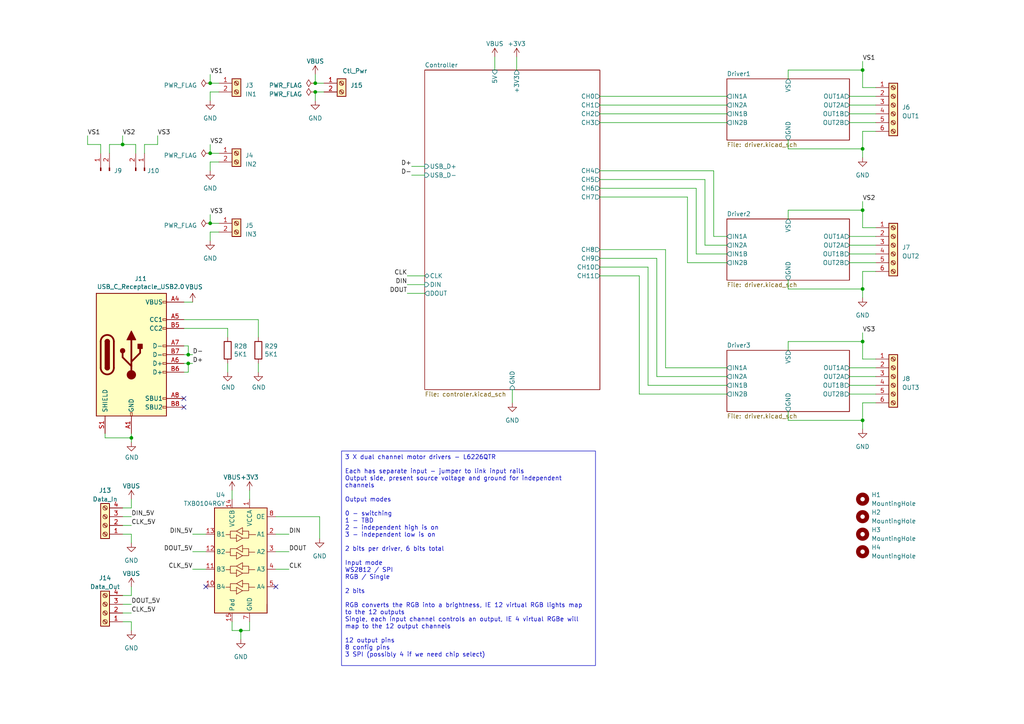
<source format=kicad_sch>
(kicad_sch (version 20250114) (generator "eeschema") (generator_version "9.0")
  (paper "A4")
  (lib_symbols
    (symbol "Connector:Conn_01x02_Pin" (pin_names (offset 1.016) (hide yes))
      (property "Reference" "J" (at 0 2.54 0))
      (property "Value" "Conn_01x02_Pin" (at 0 -5.08 0))
      (symbol "Conn_01x02_Pin_1_1"
        (rectangle (start 0.8636 0.127) (end 0 -0.127) (stroke (width 0.1524)) (fill (type outline)))
        (rectangle (start 0.8636 -2.413) (end 0 -2.667) (stroke (width 0.1524)) (fill (type outline)))
        (polyline (pts (xy 1.27 0) (xy 0.8636 0)) (stroke (width 0.1524)))
        (polyline (pts (xy 1.27 -2.54) (xy 0.8636 -2.54)) (stroke (width 0.1524)))
        (pin passive line (at 5.08 0 180) (length 3.81) (name "Pin_1") (number "1"))
        (pin passive line (at 5.08 -2.54 180) (length 3.81) (name "Pin_2") (number "2"))
      )
    )
    (symbol "Connector:Screw_Terminal_01x02" (pin_names (offset 1.016) (hide yes))
      (property "Reference" "J" (at 0 2.54 0))
      (property "Value" "Screw_Terminal_01x02" (at 0 -5.08 0))
      (symbol "Screw_Terminal_01x02_1_1"
        (rectangle (start -1.27 1.27) (end 1.27 -3.81) (stroke (width 0.254)) (fill (type background)))
        (polyline (pts (xy -0.5334 0.3302) (xy 0.3302 -0.508)) (stroke (width 0.1524)))
        (polyline (pts (xy -0.5334 -2.2098) (xy 0.3302 -3.048)) (stroke (width 0.1524)))
        (polyline (pts (xy -0.3556 0.508) (xy 0.508 -0.3302)) (stroke (width 0.1524)))
        (polyline (pts (xy -0.3556 -2.032) (xy 0.508 -2.8702)) (stroke (width 0.1524)))
        (circle (center 0 0) (radius 0.635) (stroke (width 0.1524)))
        (circle (center 0 -2.54) (radius 0.635) (stroke (width 0.1524)))
        (pin passive line (at -5.08 0 0) (length 3.81) (name "Pin_1") (number "1"))
        (pin passive line (at -5.08 -2.54 0) (length 3.81) (name "Pin_2") (number "2"))
      )
    )
    (symbol "Connector:Screw_Terminal_01x04" (pin_names (offset 1.016) (hide yes))
      (property "Reference" "J" (at 0 5.08 0))
      (property "Value" "Screw_Terminal_01x04" (at 0 -7.62 0))
      (symbol "Screw_Terminal_01x04_1_1"
        (rectangle (start -1.27 3.81) (end 1.27 -6.35) (stroke (width 0.254)) (fill (type background)))
        (polyline (pts (xy -0.5334 2.8702) (xy 0.3302 2.032)) (stroke (width 0.1524)))
        (polyline (pts (xy -0.5334 0.3302) (xy 0.3302 -0.508)) (stroke (width 0.1524)))
        (polyline (pts (xy -0.5334 -2.2098) (xy 0.3302 -3.048)) (stroke (width 0.1524)))
        (polyline (pts (xy -0.5334 -4.7498) (xy 0.3302 -5.588)) (stroke (width 0.1524)))
        (polyline (pts (xy -0.3556 3.048) (xy 0.508 2.2098)) (stroke (width 0.1524)))
        (polyline (pts (xy -0.3556 0.508) (xy 0.508 -0.3302)) (stroke (width 0.1524)))
        (polyline (pts (xy -0.3556 -2.032) (xy 0.508 -2.8702)) (stroke (width 0.1524)))
        (polyline (pts (xy -0.3556 -4.572) (xy 0.508 -5.4102)) (stroke (width 0.1524)))
        (circle (center 0 2.54) (radius 0.635) (stroke (width 0.1524)))
        (circle (center 0 0) (radius 0.635) (stroke (width 0.1524)))
        (circle (center 0 -2.54) (radius 0.635) (stroke (width 0.1524)))
        (circle (center 0 -5.08) (radius 0.635) (stroke (width 0.1524)))
        (pin passive line (at -5.08 2.54 0) (length 3.81) (name "Pin_1") (number "1"))
        (pin passive line (at -5.08 0 0) (length 3.81) (name "Pin_2") (number "2"))
        (pin passive line (at -5.08 -2.54 0) (length 3.81) (name "Pin_3") (number "3"))
        (pin passive line (at -5.08 -5.08 0) (length 3.81) (name "Pin_4") (number "4"))
      )
    )
    (symbol "Connector:Screw_Terminal_01x06" (pin_names (offset 1.016) (hide yes))
      (property "Reference" "J" (at 0 7.62 0))
      (property "Value" "Screw_Terminal_01x06" (at 0 -10.16 0))
      (symbol "Screw_Terminal_01x06_1_1"
        (rectangle (start -1.27 6.35) (end 1.27 -8.89) (stroke (width 0.254)) (fill (type background)))
        (polyline (pts (xy -0.5334 5.4102) (xy 0.3302 4.572)) (stroke (width 0.1524)))
        (polyline (pts (xy -0.5334 2.8702) (xy 0.3302 2.032)) (stroke (width 0.1524)))
        (polyline (pts (xy -0.5334 0.3302) (xy 0.3302 -0.508)) (stroke (width 0.1524)))
        (polyline (pts (xy -0.5334 -2.2098) (xy 0.3302 -3.048)) (stroke (width 0.1524)))
        (polyline (pts (xy -0.5334 -4.7498) (xy 0.3302 -5.588)) (stroke (width 0.1524)))
        (polyline (pts (xy -0.5334 -7.2898) (xy 0.3302 -8.128)) (stroke (width 0.1524)))
        (polyline (pts (xy -0.3556 5.588) (xy 0.508 4.7498)) (stroke (width 0.1524)))
        (polyline (pts (xy -0.3556 3.048) (xy 0.508 2.2098)) (stroke (width 0.1524)))
        (polyline (pts (xy -0.3556 0.508) (xy 0.508 -0.3302)) (stroke (width 0.1524)))
        (polyline (pts (xy -0.3556 -2.032) (xy 0.508 -2.8702)) (stroke (width 0.1524)))
        (polyline (pts (xy -0.3556 -4.572) (xy 0.508 -5.4102)) (stroke (width 0.1524)))
        (polyline (pts (xy -0.3556 -7.112) (xy 0.508 -7.9502)) (stroke (width 0.1524)))
        (circle (center 0 5.08) (radius 0.635) (stroke (width 0.1524)))
        (circle (center 0 2.54) (radius 0.635) (stroke (width 0.1524)))
        (circle (center 0 0) (radius 0.635) (stroke (width 0.1524)))
        (circle (center 0 -2.54) (radius 0.635) (stroke (width 0.1524)))
        (circle (center 0 -5.08) (radius 0.635) (stroke (width 0.1524)))
        (circle (center 0 -7.62) (radius 0.635) (stroke (width 0.1524)))
        (pin passive line (at -5.08 5.08 0) (length 3.81) (name "Pin_1") (number "1"))
        (pin passive line (at -5.08 2.54 0) (length 3.81) (name "Pin_2") (number "2"))
        (pin passive line (at -5.08 0 0) (length 3.81) (name "Pin_3") (number "3"))
        (pin passive line (at -5.08 -2.54 0) (length 3.81) (name "Pin_4") (number "4"))
        (pin passive line (at -5.08 -5.08 0) (length 3.81) (name "Pin_5") (number "5"))
        (pin passive line (at -5.08 -7.62 0) (length 3.81) (name "Pin_6") (number "6"))
      )
    )
    (symbol "Connector:USB_C_Receptacle_USB2.0" (pin_names (offset 1.016))
      (property "Reference" "J" (at -10.16 19.05 0))
      (property "Value" "USB_C_Receptacle_USB2.0" (at 19.05 19.05 0))
      (symbol "USB_C_Receptacle_USB2.0_0_0"
        (rectangle (start -0.254 -17.78) (end 0.254 -16.764))
        (rectangle (start 10.16 15.494) (end 9.144 14.986))
        (rectangle (start 10.16 10.414) (end 9.144 9.906))
        (rectangle (start 10.16 7.874) (end 9.144 7.366))
        (rectangle (start 10.16 2.794) (end 9.144 2.286))
        (rectangle (start 10.16 0.254) (end 9.144 -0.254))
        (rectangle (start 10.16 -2.286) (end 9.144 -2.794))
        (rectangle (start 10.16 -4.826) (end 9.144 -5.334))
        (rectangle (start 10.16 -12.446) (end 9.144 -12.954))
        (rectangle (start 10.16 -14.986) (end 9.144 -15.494))
      )
      (symbol "USB_C_Receptacle_USB2.0_0_1"
        (rectangle (start -10.16 17.78) (end 10.16 -17.78) (stroke (width 0.254)) (fill (type background)))
        (polyline (pts (xy -8.89 -3.81) (xy -8.89 3.81)) (stroke (width 0.508)))
        (rectangle (start -7.62 -3.81) (end -6.35 3.81) (stroke (width 0.254)) (fill (type outline)))
        (arc (start -7.62 3.81) (mid -6.985 4.4423) (end -6.35 3.81) (stroke (width 0.254)))
        (arc (start -7.62 3.81) (mid -6.985 4.4423) (end -6.35 3.81) (stroke (width 0.254)) (fill (type outline)))
        (arc (start -8.89 3.81) (mid -6.985 5.7067) (end -5.08 3.81) (stroke (width 0.508)))
        (arc (start -5.08 -3.81) (mid -6.985 -5.7067) (end -8.89 -3.81) (stroke (width 0.508)))
        (arc (start -6.35 -3.81) (mid -6.985 -4.4423) (end -7.62 -3.81) (stroke (width 0.254)))
        (arc (start -6.35 -3.81) (mid -6.985 -4.4423) (end -7.62 -3.81) (stroke (width 0.254)) (fill (type outline)))
        (polyline (pts (xy -5.08 3.81) (xy -5.08 -3.81)) (stroke (width 0.508)))
        (circle (center -2.54 1.143) (radius 0.635) (stroke (width 0.254)) (fill (type outline)))
        (polyline (pts (xy -1.27 4.318) (xy 0 6.858) (xy 1.27 4.318) (xy -1.27 4.318)) (stroke (width 0.254)) (fill (type outline)))
        (polyline (pts (xy 0 -2.032) (xy 2.54 0.508) (xy 2.54 1.778)) (stroke (width 0.508)))
        (polyline (pts (xy 0 -3.302) (xy -2.54 -0.762) (xy -2.54 0.508)) (stroke (width 0.508)))
        (polyline (pts (xy 0 -5.842) (xy 0 4.318)) (stroke (width 0.508)))
        (circle (center 0 -5.842) (radius 1.27) (fill (type outline)))
        (rectangle (start 1.905 1.778) (end 3.175 3.048) (stroke (width 0.254)) (fill (type outline)))
      )
      (symbol "USB_C_Receptacle_USB2.0_1_1"
        (pin passive line (at -7.62 -22.86 90) (length 5.08) (name "SHIELD") (number "S1"))
        (pin passive line (at 0 -22.86 90) (length 5.08) (name "GND") (number "A1"))
        (pin passive line (at 0 -22.86 90) (length 5.08) (hide yes) (name "GND") (number "A12"))
        (pin passive line (at 0 -22.86 90) (length 5.08) (hide yes) (name "GND") (number "B1"))
        (pin passive line (at 0 -22.86 90) (length 5.08) (hide yes) (name "GND") (number "B12"))
        (pin passive line (at 15.24 15.24 180) (length 5.08) (name "VBUS") (number "A4"))
        (pin passive line (at 15.24 15.24 180) (length 5.08) (hide yes) (name "VBUS") (number "A9"))
        (pin passive line (at 15.24 15.24 180) (length 5.08) (hide yes) (name "VBUS") (number "B4"))
        (pin passive line (at 15.24 15.24 180) (length 5.08) (hide yes) (name "VBUS") (number "B9"))
        (pin bidirectional line (at 15.24 10.16 180) (length 5.08) (name "CC1") (number "A5"))
        (pin bidirectional line (at 15.24 7.62 180) (length 5.08) (name "CC2") (number "B5"))
        (pin bidirectional line (at 15.24 2.54 180) (length 5.08) (name "D-") (number "A7"))
        (pin bidirectional line (at 15.24 0 180) (length 5.08) (name "D-") (number "B7"))
        (pin bidirectional line (at 15.24 -2.54 180) (length 5.08) (name "D+") (number "A6"))
        (pin bidirectional line (at 15.24 -5.08 180) (length 5.08) (name "D+") (number "B6"))
        (pin bidirectional line (at 15.24 -12.7 180) (length 5.08) (name "SBU1") (number "A8"))
        (pin bidirectional line (at 15.24 -15.24 180) (length 5.08) (name "SBU2") (number "B8"))
      )
    )
    (symbol "Device:R" (pin_numbers (hide yes)) (pin_names (offset 0))
      (property "Reference" "R" (at 2.032 0 90))
      (property "Value" "R" (at 0 0 90))
      (symbol "R_0_1"
        (rectangle (start -1.016 -2.54) (end 1.016 2.54) (stroke (width 0.254)))
      )
      (symbol "R_1_1"
        (pin passive line (at 0 3.81 270) (length 1.27) (name "~") (number "1"))
        (pin passive line (at 0 -3.81 90) (length 1.27) (name "~") (number "2"))
      )
    )
    (symbol "Logic_LevelTranslator:TXB0104RGY"
      (property "Reference" "U" (at -6.35 16.51 0))
      (property "Value" "TXB0104RGY" (at 3.81 16.51 0))
      (symbol "TXB0104RGY_0_1"
        (rectangle (start -7.62 15.24) (end 7.62 -15.24) (stroke (width 0.254)) (fill (type background)))
        (rectangle (start -7.62 -15.24) (end -7.62 -12.7) (stroke (width 0.254)))
        (polyline (pts (xy -2.286 7.493) (xy -2.286 8.509) (xy -0.508 8.509)))
        (polyline (pts (xy -2.286 2.413) (xy -2.286 3.429) (xy -0.508 3.429)))
        (polyline (pts (xy -2.286 -2.667) (xy -2.286 -1.651) (xy -0.508 -1.651)))
        (polyline (pts (xy -2.286 -7.747) (xy -2.286 -6.731) (xy -0.508 -6.731)))
        (polyline (pts (xy -0.508 6.477) (xy -2.286 6.477) (xy -2.286 7.493) (xy -4.318 7.493)))
        (polyline (pts (xy -0.508 6.477) (xy 1.27 7.493) (xy 1.27 5.461) (xy -0.508 6.477)))
        (polyline (pts (xy -0.508 1.397) (xy -2.286 1.397) (xy -2.286 2.413) (xy -4.064 2.413)))
        (polyline (pts (xy -0.508 1.397) (xy 1.27 2.413) (xy 1.27 0.381) (xy -0.508 1.397)))
        (polyline (pts (xy -0.508 -3.683) (xy -2.286 -3.683) (xy -2.286 -2.667) (xy -4.064 -2.667)))
        (polyline (pts (xy -0.508 -3.683) (xy 1.27 -2.667) (xy 1.27 -4.699) (xy -0.508 -3.683)))
        (polyline (pts (xy -0.508 -8.763) (xy -2.286 -8.763) (xy -2.286 -7.747) (xy -4.064 -7.747)))
        (polyline (pts (xy -0.508 -8.763) (xy 1.27 -7.747) (xy 1.27 -9.779) (xy -0.508 -8.763)))
        (polyline (pts (xy 1.27 8.509) (xy -0.508 7.493) (xy -0.508 9.525) (xy 1.27 8.509)))
        (polyline (pts (xy 1.27 8.509) (xy 3.048 8.509) (xy 3.048 7.493) (xy 4.318 7.493)))
        (polyline (pts (xy 1.27 3.429) (xy -0.508 2.413) (xy -0.508 4.445) (xy 1.27 3.429)))
        (polyline (pts (xy 1.27 3.429) (xy 3.048 3.429) (xy 3.048 2.413) (xy 4.318 2.413)))
        (polyline (pts (xy 1.27 -1.651) (xy -0.508 -2.667) (xy -0.508 -0.635) (xy 1.27 -1.651)))
        (polyline (pts (xy 1.27 -1.651) (xy 3.048 -1.651) (xy 3.048 -2.667) (xy 4.318 -2.667)))
        (polyline (pts (xy 1.27 -6.731) (xy -0.508 -7.747) (xy -0.508 -5.715) (xy 1.27 -6.731)))
        (polyline (pts (xy 1.27 -6.731) (xy 3.048 -6.731) (xy 3.048 -7.747) (xy 4.318 -7.747)))
        (polyline (pts (xy 3.048 7.493) (xy 3.048 6.477) (xy 1.27 6.477)))
        (polyline (pts (xy 3.048 2.413) (xy 3.048 1.397) (xy 1.27 1.397)))
        (polyline (pts (xy 3.048 -2.667) (xy 3.048 -3.683) (xy 1.27 -3.683)))
        (polyline (pts (xy 3.048 -7.747) (xy 3.048 -8.763) (xy 1.27 -8.763)))
      )
      (symbol "TXB0104RGY_1_1"
        (pin input line (at -10.16 12.7 0) (length 2.54) (name "OE") (number "8"))
        (pin bidirectional line (at -10.16 7.62 0) (length 2.54) (name "A1") (number "2"))
        (pin bidirectional line (at -10.16 2.54 0) (length 2.54) (name "A2") (number "3"))
        (pin bidirectional line (at -10.16 -2.54 0) (length 2.54) (name "A3") (number "4"))
        (pin bidirectional line (at -10.16 -7.62 0) (length 2.54) (name "A4") (number "5"))
        (pin no_connect line (at -7.62 -12.7 0) (length 2.54) (hide yes) (name "NC") (number "6"))
        (pin power_in line (at -2.54 17.78 270) (length 2.54) (name "VCCA") (number "1"))
        (pin power_in line (at -2.54 -17.78 90) (length 2.54) (name "GND") (number "7"))
        (pin power_in line (at 2.54 17.78 270) (length 2.54) (name "VCCB") (number "14"))
        (pin input line (at 2.54 -17.78 90) (length 2.54) (name "Pad") (number "15"))
        (pin no_connect line (at 7.62 -12.7 180) (length 2.54) (hide yes) (name "NC") (number "9"))
        (pin bidirectional line (at 10.16 7.62 180) (length 2.54) (name "B1") (number "13"))
        (pin bidirectional line (at 10.16 2.54 180) (length 2.54) (name "B2") (number "12"))
        (pin bidirectional line (at 10.16 -2.54 180) (length 2.54) (name "B3") (number "11"))
        (pin bidirectional line (at 10.16 -7.62 180) (length 2.54) (name "B4") (number "10"))
      )
    )
    (symbol "Mechanical:MountingHole" (pin_names (offset 1.016)) (in_bom no)
      (property "Reference" "H" (at 0 5.08 0))
      (property "Value" "MountingHole" (at 0 3.175 0))
      (symbol "MountingHole_0_1"
        (circle (center 0 0) (radius 1.27) (stroke (width 1.27)))
      )
    )
    (symbol "power:+3V3" (power) (pin_names (offset 0))
      (property "Value" "+3V3" (at 0 3.556 0))
      (symbol "+3V3_0_1"
        (polyline (pts (xy -0.762 1.27) (xy 0 2.54)))
        (polyline (pts (xy 0 2.54) (xy 0.762 1.27)))
        (polyline (pts (xy 0 0) (xy 0 2.54)))
      )
      (symbol "+3V3_1_1"
        (pin power_in line (at 0 0 90) (length 0) (hide yes) (name "+3V3") (number "1"))
      )
    )
    (symbol "power:GND" (power) (pin_names (offset 0))
      (property "Value" "GND" (at 0 -3.81 0))
      (symbol "GND_0_1"
        (polyline (pts (xy 0 0) (xy 0 -1.27) (xy 1.27 -1.27) (xy 0 -2.54) (xy -1.27 -1.27) (xy 0 -1.27)))
      )
      (symbol "GND_1_1"
        (pin power_in line (at 0 0 270) (length 0) (hide yes) (name "GND") (number "1"))
      )
    )
    (symbol "power:PWR_FLAG" (power) (pin_numbers (hide yes)) (pin_names (offset 0) (hide yes))
      (property "Value" "PWR_FLAG" (at 0 3.81 0))
      (symbol "PWR_FLAG_0_0"
        (pin power_out line (at 0 0 90) (length 0) (name "pwr") (number "1"))
      )
      (symbol "PWR_FLAG_0_1"
        (polyline (pts (xy 0 0) (xy 0 1.27) (xy -1.016 1.905) (xy 0 2.54) (xy 1.016 1.905) (xy 0 1.27)))
      )
    )
    (symbol "power:VBUS" (power) (pin_names (offset 0))
      (property "Value" "VBUS" (at 0 3.81 0))
      (symbol "VBUS_0_1"
        (polyline (pts (xy -0.762 1.27) (xy 0 2.54)))
        (polyline (pts (xy 0 2.54) (xy 0.762 1.27)))
        (polyline (pts (xy 0 0) (xy 0 2.54)))
      )
      (symbol "VBUS_1_1"
        (pin power_in line (at 0 0 90) (length 0) (hide yes) (name "VBUS") (number "1"))
      )
    )
  )
  (text_box "3 X dual channel motor drivers - L6226QTR\n\nEach has separate input - jumper to link input rails\nOutput side, present source voltage and ground for independent channels\n\nOutput modes\n\n0 - switching\n1 - TBD\n2 - independent high is on\n3 - independent low is on\n\n2 bits per driver, 6 bits total\n\nInput mode\nWS2812 / SPI\nRGB / Single\n\n2 bits\n\nRGB converts the RGB into a brightness, IE 12 virtual RGB lights map to the 12 outputs\nSingle, each input channel controls an output, IE 4 virtual RGBe will map to the 12 output channels\n\n12 output pins\n8 config pins\n3 SPI (possibly 4 if we need chip select)\n\n" (at 99.06 130.81 0) (size 73.66 62.23) (margins 0.9525 0.9525 0.9525 0.9525) (effects (font (size 1.27 1.27)) (justify left top)))
  (junction (at 91.44 26.67))
  (junction (at 60.96 64.77))
  (junction (at 69.85 182.88))
  (junction (at 38.1 127))
  (junction (at 35.56 41.91))
  (junction (at 250.19 99.06))
  (junction (at 250.19 83.82))
  (junction (at 54.61 105.41))
  (junction (at 250.19 121.92))
  (junction (at 250.19 20.32))
  (junction (at 60.96 24.13))
  (junction (at 60.96 44.45))
  (junction (at 250.19 60.96))
  (junction (at 250.19 43.18))
  (junction (at 54.61 102.87))
  (junction (at 91.44 24.13))
  (no_connect (at 59.69 170.18))
  (no_connect (at 53.34 115.57))
  (no_connect (at 53.34 118.11))
  (no_connect (at 80.01 170.18))
  (wire (pts (xy 60.96 29.21) (xy 60.96 26.67)))
  (wire (pts (xy 66.04 95.25) (xy 66.04 97.79)))
  (wire (pts (xy 38.1 180.34) (xy 38.1 182.88)))
  (wire (pts (xy 207.01 68.58) (xy 210.82 68.58)))
  (wire (pts (xy 60.96 46.99) (xy 63.5 46.99)))
  (wire (pts (xy 80.01 165.1) (xy 83.82 165.1)))
  (wire (pts (xy 63.5 24.13) (xy 60.96 24.13)))
  (wire (pts (xy 38.1 127) (xy 38.1 128.27)))
  (wire (pts (xy 60.96 49.53) (xy 60.96 46.99)))
  (wire (pts (xy 250.19 121.92) (xy 250.19 124.46)))
  (wire (pts (xy 35.56 41.91) (xy 39.37 41.91)))
  (wire (pts (xy 35.56 154.94) (xy 38.1 154.94)))
  (wire (pts (xy 148.59 113.03) (xy 148.59 116.84)))
  (wire (pts (xy 55.88 160.02) (xy 59.69 160.02)))
  (wire (pts (xy 83.82 154.94) (xy 80.01 154.94)))
  (wire (pts (xy 29.21 41.91) (xy 29.21 44.45)))
  (wire (pts (xy 45.72 41.91) (xy 45.72 39.37)))
  (wire (pts (xy 60.96 24.13) (xy 60.96 21.59)))
  (wire (pts (xy 204.47 71.12) (xy 204.47 52.07)))
  (wire (pts (xy 143.51 16.51) (xy 143.51 20.32)))
  (wire (pts (xy 80.01 160.02) (xy 83.82 160.02)))
  (wire (pts (xy 72.39 182.88) (xy 72.39 180.34)))
  (wire (pts (xy 173.99 35.56) (xy 210.82 35.56)))
  (wire (pts (xy 55.88 87.63) (xy 53.34 87.63)))
  (wire (pts (xy 173.99 27.94) (xy 210.82 27.94)))
  (wire (pts (xy 69.85 182.88) (xy 72.39 182.88)))
  (wire (pts (xy 250.19 66.04) (xy 250.19 60.96)))
  (wire (pts (xy 250.19 20.32) (xy 228.6 20.32)))
  (wire (pts (xy 119.38 48.26) (xy 123.19 48.26)))
  (wire (pts (xy 246.38 106.68) (xy 254 106.68)))
  (wire (pts (xy 53.34 105.41) (xy 54.61 105.41)))
  (wire (pts (xy 55.88 102.87) (xy 54.61 102.87)))
  (wire (pts (xy 228.6 83.82) (xy 228.6 81.28)))
  (wire (pts (xy 35.56 180.34) (xy 38.1 180.34)))
  (wire (pts (xy 25.4 41.91) (xy 29.21 41.91)))
  (wire (pts (xy 35.56 149.86) (xy 38.1 149.86)))
  (wire (pts (xy 173.99 74.93) (xy 190.5 74.93)))
  (wire (pts (xy 254 25.4) (xy 250.19 25.4)))
  (wire (pts (xy 185.42 114.3) (xy 185.42 80.01)))
  (wire (pts (xy 35.56 175.26) (xy 38.1 175.26)))
  (wire (pts (xy 246.38 35.56) (xy 254 35.56)))
  (wire (pts (xy 93.98 24.13) (xy 91.44 24.13)))
  (wire (pts (xy 66.04 105.41) (xy 66.04 107.95)))
  (wire (pts (xy 204.47 71.12) (xy 210.82 71.12)))
  (wire (pts (xy 55.88 154.94) (xy 59.69 154.94)))
  (wire (pts (xy 250.19 78.74) (xy 250.19 83.82)))
  (wire (pts (xy 201.93 54.61) (xy 173.99 54.61)))
  (wire (pts (xy 69.85 182.88) (xy 69.85 185.42)))
  (wire (pts (xy 119.38 50.8) (xy 123.19 50.8)))
  (wire (pts (xy 246.38 68.58) (xy 254 68.58)))
  (wire (pts (xy 199.39 76.2) (xy 210.82 76.2)))
  (wire (pts (xy 30.48 125.73) (xy 30.48 127)))
  (wire (pts (xy 41.91 44.45) (xy 41.91 41.91)))
  (wire (pts (xy 246.38 27.94) (xy 254 27.94)))
  (wire (pts (xy 250.19 60.96) (xy 228.6 60.96)))
  (wire (pts (xy 80.01 149.86) (xy 92.71 149.86)))
  (wire (pts (xy 35.56 152.4) (xy 38.1 152.4)))
  (wire (pts (xy 250.19 83.82) (xy 228.6 83.82)))
  (wire (pts (xy 210.82 114.3) (xy 185.42 114.3)))
  (wire (pts (xy 67.31 182.88) (xy 69.85 182.88)))
  (wire (pts (xy 173.99 77.47) (xy 187.96 77.47)))
  (wire (pts (xy 246.38 33.02) (xy 254 33.02)))
  (wire (pts (xy 91.44 26.67) (xy 91.44 29.21)))
  (wire (pts (xy 250.19 17.78) (xy 250.19 20.32)))
  (wire (pts (xy 207.01 49.53) (xy 173.99 49.53)))
  (wire (pts (xy 60.96 44.45) (xy 60.96 41.91)))
  (wire (pts (xy 190.5 109.22) (xy 210.82 109.22)))
  (wire (pts (xy 250.19 116.84) (xy 250.19 121.92)))
  (wire (pts (xy 38.1 125.73) (xy 38.1 127)))
  (wire (pts (xy 118.11 85.09) (xy 123.19 85.09)))
  (wire (pts (xy 246.38 71.12) (xy 254 71.12)))
  (wire (pts (xy 31.75 44.45) (xy 31.75 41.91)))
  (wire (pts (xy 35.56 41.91) (xy 35.56 39.37)))
  (wire (pts (xy 228.6 20.32) (xy 228.6 22.86)))
  (wire (pts (xy 250.19 104.14) (xy 250.19 99.06)))
  (wire (pts (xy 60.96 67.31) (xy 60.96 69.85)))
  (wire (pts (xy 53.34 107.95) (xy 54.61 107.95)))
  (wire (pts (xy 53.34 100.33) (xy 54.61 100.33)))
  (wire (pts (xy 207.01 68.58) (xy 207.01 49.53)))
  (wire (pts (xy 246.38 76.2) (xy 254 76.2)))
  (wire (pts (xy 173.99 72.39) (xy 193.04 72.39)))
  (wire (pts (xy 250.19 43.18) (xy 250.19 45.72)))
  (wire (pts (xy 67.31 142.24) (xy 67.31 144.78)))
  (wire (pts (xy 185.42 80.01) (xy 173.99 80.01)))
  (wire (pts (xy 53.34 95.25) (xy 66.04 95.25)))
  (wire (pts (xy 250.19 58.42) (xy 250.19 60.96)))
  (wire (pts (xy 91.44 24.13) (xy 91.44 21.59)))
  (wire (pts (xy 118.11 80.01) (xy 123.19 80.01)))
  (wire (pts (xy 67.31 180.34) (xy 67.31 182.88)))
  (wire (pts (xy 63.5 64.77) (xy 60.96 64.77)))
  (wire (pts (xy 250.19 121.92) (xy 228.6 121.92)))
  (wire (pts (xy 35.56 172.72) (xy 38.1 172.72)))
  (wire (pts (xy 55.88 165.1) (xy 59.69 165.1)))
  (wire (pts (xy 74.93 105.41) (xy 74.93 107.95)))
  (wire (pts (xy 35.56 147.32) (xy 38.1 147.32)))
  (wire (pts (xy 74.93 92.71) (xy 53.34 92.71)))
  (wire (pts (xy 39.37 44.45) (xy 39.37 41.91)))
  (wire (pts (xy 254 78.74) (xy 250.19 78.74)))
  (wire (pts (xy 254 116.84) (xy 250.19 116.84)))
  (wire (pts (xy 250.19 25.4) (xy 250.19 20.32)))
  (wire (pts (xy 228.6 43.18) (xy 228.6 40.64)))
  (wire (pts (xy 246.38 114.3) (xy 254 114.3)))
  (wire (pts (xy 254 104.14) (xy 250.19 104.14)))
  (wire (pts (xy 63.5 44.45) (xy 60.96 44.45)))
  (wire (pts (xy 254 66.04) (xy 250.19 66.04)))
  (wire (pts (xy 38.1 172.72) (xy 38.1 170.18)))
  (wire (pts (xy 149.86 16.51) (xy 149.86 20.32)))
  (wire (pts (xy 54.61 100.33) (xy 54.61 102.87)))
  (wire (pts (xy 250.19 83.82) (xy 250.19 86.36)))
  (wire (pts (xy 201.93 73.66) (xy 201.93 54.61)))
  (wire (pts (xy 246.38 109.22) (xy 254 109.22)))
  (wire (pts (xy 41.91 41.91) (xy 45.72 41.91)))
  (wire (pts (xy 173.99 33.02) (xy 210.82 33.02)))
  (wire (pts (xy 254 38.1) (xy 250.19 38.1)))
  (wire (pts (xy 250.19 43.18) (xy 228.6 43.18)))
  (wire (pts (xy 246.38 111.76) (xy 254 111.76)))
  (wire (pts (xy 25.4 39.37) (xy 25.4 41.91)))
  (wire (pts (xy 250.19 96.52) (xy 250.19 99.06)))
  (wire (pts (xy 250.19 38.1) (xy 250.19 43.18)))
  (wire (pts (xy 93.98 26.67) (xy 91.44 26.67)))
  (wire (pts (xy 118.11 82.55) (xy 123.19 82.55)))
  (wire (pts (xy 193.04 72.39) (xy 193.04 106.68)))
  (wire (pts (xy 92.71 149.86) (xy 92.71 156.21)))
  (wire (pts (xy 72.39 142.24) (xy 72.39 144.78)))
  (wire (pts (xy 30.48 127) (xy 38.1 127)))
  (wire (pts (xy 190.5 109.22) (xy 190.5 74.93)))
  (wire (pts (xy 173.99 30.48) (xy 210.82 30.48)))
  (wire (pts (xy 199.39 57.15) (xy 199.39 76.2)))
  (wire (pts (xy 187.96 77.47) (xy 187.96 111.76)))
  (wire (pts (xy 250.19 99.06) (xy 228.6 99.06)))
  (wire (pts (xy 228.6 99.06) (xy 228.6 101.6)))
  (wire (pts (xy 199.39 57.15) (xy 173.99 57.15)))
  (wire (pts (xy 38.1 154.94) (xy 38.1 157.48)))
  (wire (pts (xy 228.6 119.38) (xy 228.6 121.92)))
  (wire (pts (xy 38.1 147.32) (xy 38.1 144.78)))
  (wire (pts (xy 246.38 73.66) (xy 254 73.66)))
  (wire (pts (xy 54.61 102.87) (xy 53.34 102.87)))
  (wire (pts (xy 31.75 41.91) (xy 35.56 41.91)))
  (wire (pts (xy 60.96 64.77) (xy 60.96 62.23)))
  (wire (pts (xy 74.93 97.79) (xy 74.93 92.71)))
  (wire (pts (xy 54.61 105.41) (xy 55.88 105.41)))
  (wire (pts (xy 204.47 52.07) (xy 173.99 52.07)))
  (wire (pts (xy 54.61 107.95) (xy 54.61 105.41)))
  (wire (pts (xy 187.96 111.76) (xy 210.82 111.76)))
  (wire (pts (xy 35.56 177.8) (xy 38.1 177.8)))
  (wire (pts (xy 60.96 26.67) (xy 63.5 26.67)))
  (wire (pts (xy 246.38 30.48) (xy 254 30.48)))
  (wire (pts (xy 228.6 60.96) (xy 228.6 63.5)))
  (wire (pts (xy 63.5 67.31) (xy 60.96 67.31)))
  (wire (pts (xy 201.93 73.66) (xy 210.82 73.66)))
  (wire (pts (xy 193.04 106.68) (xy 210.82 106.68)))
  (label "DIN_5V" (at 38.1 149.86 0))
  (label "D-" (at 55.88 102.87 0))
  (label "CLK" (at 83.82 165.1 0))
  (label "DOUT" (at 83.82 160.02 0))
  (label "VS3" (at 250.19 96.52 0))
  (label "CLK_5V" (at 38.1 177.8 0))
  (label "DIN_5V" (at 55.88 154.94 180))
  (label "DOUT_5V" (at 55.88 160.02 180))
  (label "VS2" (at 250.19 58.42 0))
  (label "VS3" (at 60.96 62.23 0))
  (label "CLK_5V" (at 55.88 165.1 180))
  (label "D-" (at 119.38 50.8 180))
  (label "VS1" (at 250.19 17.78 0))
  (label "DOUT_5V" (at 38.1 175.26 0))
  (label "DIN" (at 83.82 154.94 0))
  (label "CLK" (at 118.11 80.01 180))
  (label "VS1" (at 60.96 21.59 0))
  (label "D+" (at 55.88 105.41 0))
  (label "VS3" (at 45.72 39.37 0))
  (label "VS2" (at 60.96 41.91 0))
  (label "CLK_5V" (at 38.1 152.4 0))
  (label "VS2" (at 35.56 39.37 0))
  (label "VS1" (at 25.4 39.37 0))
  (label "DOUT" (at 118.11 85.09 180))
  (label "DIN" (at 118.11 82.55 180))
  (label "D+" (at 119.38 48.26 180))
  (symbol (lib_id "power:GND") (at 38.1 128.27 0) (unit 1)
    (property "Reference" "#PWR073" (effects (hide yes)))
    (property "Value" "GND" (at 38.227 132.6642 0))
  )
  (symbol (lib_id "Connector:Screw_Terminal_01x04") (at 30.48 152.4 180) (unit 1)
    (property "Reference" "J13" (at 30.48 142.24 0))
    (property "Value" "Data_In" (at 30.48 144.78 0))
    (property "Footprint" "TerminalBlock_TE-Connectivity:TerminalBlock_TE_282834-4_1x04_P2.54mm_Horizontal" (effects (hide yes)))
  )
  (symbol (lib_id "Connector:Conn_01x02_Pin") (at 41.91 49.53 270) (mirror x) (unit 1)
    (property "Reference" "J10" (at 44.45 49.53 90))
    (property "Value" "Conn_01x02_Pin" (effects (hide yes)))
    (property "Footprint" "Connector_PinHeader_2.54mm:PinHeader_1x02_P2.54mm_Vertical" (effects (hide yes)))
  )
  (symbol (lib_id "Device:R") (at 74.93 101.6 0) (unit 1)
    (property "Reference" "R29" (at 76.708 100.4316 0) (effects (justify left)))
    (property "Value" "5K1" (at 76.708 102.743 0) (effects (justify left)))
    (property "Footprint" "Resistor_SMD:R_0402_1005Metric" (effects (hide yes)))
  )
  (symbol (lib_id "Connector:Screw_Terminal_01x02") (at 68.58 24.13 0) (unit 1)
    (property "Reference" "J3" (at 71.12 24.765 0) (effects (justify left)))
    (property "Value" "IN1" (at 71.12 27.305 0) (effects (justify left)))
    (property "Footprint" "TerminalBlock_TE-Connectivity:TerminalBlock_TE_282834-2_1x02_P2.54mm_Horizontal" (effects (hide yes)))
  )
  (symbol (lib_id "power:PWR_FLAG") (at 60.96 24.13 90) (unit 1)
    (property "Reference" "#FLG01" (effects (hide yes)))
    (property "Value" "PWR_FLAG" (at 57.15 24.765 90) (effects (justify left)))
  )
  (symbol (lib_id "power:GND") (at 38.1 157.48 0) (unit 1)
    (property "Reference" "#PWR084" (effects (hide yes)))
    (property "Value" "GND" (at 38.1 162.56 0))
  )
  (symbol (lib_id "Connector:USB_C_Receptacle_USB2.0") (at 38.1 102.87 0) (unit 1)
    (property "Reference" "J11" (at 40.8178 80.8482 0))
    (property "Value" "USB_C_Receptacle_USB2.0" (at 40.8178 83.1596 0))
    (property "Footprint" "Connector_USB:USB_C_Receptacle_HRO_TYPE-C-31-M-12" (effects (hide yes)))
    (property "Datasheet" "https://www.usb.org/sites/default/files/documents/usb_type-c.zip" (effects (hide yes)))
    (property "LCSC" "C165948" (effects (hide yes)))
    (property "JLCPCB_CORRECTION" "1.8;-0.3;180" (effects (hide yes)))
  )
  (symbol (lib_id "Device:R") (at 66.04 101.6 0) (unit 1)
    (property "Reference" "R28" (at 67.818 100.4316 0) (effects (justify left)))
    (property "Value" "5K1" (at 67.818 102.743 0) (effects (justify left)))
    (property "Footprint" "Resistor_SMD:R_0402_1005Metric" (effects (hide yes)))
  )
  (symbol (lib_id "power:VBUS") (at 38.1 170.18 0) (unit 1)
    (property "Reference" "#PWR082" (effects (hide yes)))
    (property "Value" "VBUS" (at 38.1 166.37 0))
  )
  (symbol (lib_id "power:GND") (at 250.19 45.72 0) (unit 1)
    (property "Reference" "#PWR054" (effects (hide yes)))
    (property "Value" "GND" (at 250.19 50.8 0))
  )
  (symbol (lib_id "Mechanical:MountingHole") (at 250.19 144.78 0) (unit 1) (in_bom no)
    (property "Reference" "H1" (at 252.73 143.5099 0) (effects (justify left)))
    (property "Value" "MountingHole" (at 252.73 146.0499 0) (effects (justify left)))
    (property "Footprint" "MountingHole:MountingHole_3mm" (effects (hide yes)))
    (property "Description" "Mounting Hole without connection" (effects (hide yes)))
  )
  (symbol (lib_id "power:VBUS") (at 38.1 144.78 0) (unit 1)
    (property "Reference" "#PWR081" (effects (hide yes)))
    (property "Value" "VBUS" (at 38.1 140.97 0))
  )
  (symbol (lib_id "Connector:Screw_Terminal_01x06") (at 259.08 71.12 0) (unit 1)
    (property "Reference" "J7" (at 261.62 71.755 0) (effects (justify left)))
    (property "Value" "OUT2" (at 261.62 74.295 0) (effects (justify left)))
    (property "Footprint" "TerminalBlock_TE-Connectivity:TerminalBlock_TE_282834-6_1x06_P2.54mm_Horizontal" (effects (hide yes)))
  )
  (symbol (lib_id "power:+3V3") (at 149.86 16.51 0) (unit 1)
    (property "Reference" "#PWR086" (effects (hide yes)))
    (property "Value" "+3V3" (at 149.86 12.7 0))
  )
  (symbol (lib_id "Connector:Screw_Terminal_01x02") (at 68.58 44.45 0) (unit 1)
    (property "Reference" "J4" (at 71.12 45.085 0) (effects (justify left)))
    (property "Value" "IN2" (at 71.12 47.625 0) (effects (justify left)))
    (property "Footprint" "TerminalBlock_TE-Connectivity:TerminalBlock_TE_282834-2_1x02_P2.54mm_Horizontal" (effects (hide yes)))
  )
  (symbol (lib_id "power:GND") (at 92.71 156.21 0) (unit 1)
    (property "Reference" "#PWR091" (effects (hide yes)))
    (property "Value" "GND" (at 92.71 161.29 0))
  )
  (symbol (lib_id "power:PWR_FLAG") (at 60.96 44.45 90) (unit 1)
    (property "Reference" "#FLG04" (effects (hide yes)))
    (property "Value" "PWR_FLAG" (at 57.15 45.085 90) (effects (justify left)))
  )
  (symbol (lib_id "power:VBUS") (at 67.31 142.24 0) (unit 1)
    (property "Reference" "#PWR085" (effects (hide yes)))
    (property "Value" "VBUS" (at 67.31 138.43 0))
  )
  (symbol (lib_id "power:VBUS") (at 55.88 87.63 0) (unit 1)
    (property "Reference" "#PWR074" (effects (hide yes)))
    (property "Value" "VBUS" (at 56.261 83.2358 0))
  )
  (symbol (lib_id "power:PWR_FLAG") (at 60.96 64.77 90) (unit 1)
    (property "Reference" "#FLG05" (effects (hide yes)))
    (property "Value" "PWR_FLAG" (at 57.15 65.405 90) (effects (justify left)))
  )
  (symbol (lib_id "Mechanical:MountingHole") (at 250.19 149.86 0) (unit 1) (in_bom no)
    (property "Reference" "H2" (at 252.73 148.5899 0) (effects (justify left)))
    (property "Value" "MountingHole" (at 252.73 151.1299 0) (effects (justify left)))
    (property "Footprint" "MountingHole:MountingHole_3mm" (effects (hide yes)))
    (property "Description" "Mounting Hole without connection" (effects (hide yes)))
  )
  (symbol (lib_id "Logic_LevelTranslator:TXB0104RGY") (at 69.85 162.56 0) (mirror y) (unit 1)
    (property "Reference" "U4" (at 65.3541 143.51 0) (effects (justify left)))
    (property "Value" "TXB0104RGY" (at 65.3541 146.05 0) (effects (justify left)))
    (property "Footprint" "Package_DFN_QFN:Texas_S-PVQFN-N14" (effects (hide yes)))
    (property "Datasheet" "http://www.ti.com/lit/ds/symlink/txb0104.pdf" (effects (hide yes)))
  )
  (symbol (lib_id "power:PWR_FLAG") (at 91.44 24.13 90) (unit 1)
    (property "Reference" "#FLG02" (effects (hide yes)))
    (property "Value" "PWR_FLAG" (at 87.63 24.765 90) (effects (justify left)))
  )
  (symbol (lib_id "Mechanical:MountingHole") (at 250.19 154.94 0) (unit 1) (in_bom no)
    (property "Reference" "H3" (at 252.73 153.6699 0) (effects (justify left)))
    (property "Value" "MountingHole" (at 252.73 156.2099 0) (effects (justify left)))
    (property "Footprint" "MountingHole:MountingHole_3mm" (effects (hide yes)))
    (property "Description" "Mounting Hole without connection" (effects (hide yes)))
  )
  (symbol (lib_id "power:PWR_FLAG") (at 91.44 26.67 90) (unit 1)
    (property "Reference" "#FLG03" (effects (hide yes)))
    (property "Value" "PWR_FLAG" (at 87.63 27.305 90) (effects (justify left)))
  )
  (symbol (lib_id "Connector:Screw_Terminal_01x06") (at 259.08 30.48 0) (unit 1)
    (property "Reference" "J6" (at 261.62 31.115 0) (effects (justify left)))
    (property "Value" "OUT1" (at 261.62 33.655 0) (effects (justify left)))
    (property "Footprint" "TerminalBlock_TE-Connectivity:TerminalBlock_TE_282834-6_1x06_P2.54mm_Horizontal" (effects (hide yes)))
  )
  (symbol (lib_id "power:VBUS") (at 91.44 21.59 0) (unit 1)
    (property "Reference" "#PWR089" (effects (hide yes)))
    (property "Value" "VBUS" (at 91.44 17.78 0))
  )
  (symbol (lib_id "power:GND") (at 60.96 49.53 0) (unit 1)
    (property "Reference" "#PWR067" (effects (hide yes)))
    (property "Value" "GND" (at 60.96 54.61 0))
  )
  (symbol (lib_id "power:GND") (at 91.44 29.21 0) (unit 1)
    (property "Reference" "#PWR090" (effects (hide yes)))
    (property "Value" "GND" (at 91.44 34.29 0))
  )
  (symbol (lib_id "power:VBUS") (at 143.51 16.51 0) (unit 1)
    (property "Reference" "#PWR077" (effects (hide yes)))
    (property "Value" "VBUS" (at 143.51 12.7 0))
  )
  (symbol (lib_id "power:GND") (at 60.96 69.85 0) (unit 1)
    (property "Reference" "#PWR068" (effects (hide yes)))
    (property "Value" "GND" (at 60.96 74.93 0))
  )
  (symbol (lib_id "power:GND") (at 250.19 124.46 0) (unit 1)
    (property "Reference" "#PWR056" (effects (hide yes)))
    (property "Value" "GND" (at 250.19 129.54 0))
  )
  (symbol (lib_id "power:GND") (at 148.59 116.84 0) (unit 1)
    (property "Reference" "#PWR078" (effects (hide yes)))
    (property "Value" "GND" (at 148.59 121.92 0))
  )
  (symbol (lib_id "Connector:Screw_Terminal_01x06") (at 259.08 109.22 0) (unit 1)
    (property "Reference" "J8" (at 261.62 109.855 0) (effects (justify left)))
    (property "Value" "OUT3" (at 261.62 112.395 0) (effects (justify left)))
    (property "Footprint" "TerminalBlock_TE-Connectivity:TerminalBlock_TE_282834-6_1x06_P2.54mm_Horizontal" (effects (hide yes)))
  )
  (symbol (lib_id "power:GND") (at 69.85 185.42 0) (unit 1)
    (property "Reference" "#PWR088" (effects (hide yes)))
    (property "Value" "GND" (at 69.85 190.5 0))
  )
  (symbol (lib_id "power:GND") (at 250.19 86.36 0) (unit 1)
    (property "Reference" "#PWR055" (effects (hide yes)))
    (property "Value" "GND" (at 250.19 91.44 0))
  )
  (symbol (lib_id "Connector:Screw_Terminal_01x02") (at 68.58 64.77 0) (unit 1)
    (property "Reference" "J5" (at 71.12 65.405 0) (effects (justify left)))
    (property "Value" "IN3" (at 71.12 67.945 0) (effects (justify left)))
    (property "Footprint" "TerminalBlock_TE-Connectivity:TerminalBlock_TE_282834-2_1x02_P2.54mm_Horizontal" (effects (hide yes)))
  )
  (symbol (lib_id "power:GND") (at 60.96 29.21 0) (unit 1)
    (property "Reference" "#PWR066" (effects (hide yes)))
    (property "Value" "GND" (at 60.96 34.29 0))
  )
  (symbol (lib_id "power:+3V3") (at 72.39 142.24 0) (unit 1)
    (property "Reference" "#PWR087" (effects (hide yes)))
    (property "Value" "+3V3" (at 72.39 138.43 0))
  )
  (symbol (lib_id "power:GND") (at 66.04 107.95 0) (unit 1)
    (property "Reference" "#PWR075" (effects (hide yes)))
    (property "Value" "GND" (at 66.167 112.3442 0))
  )
  (symbol (lib_id "Connector:Conn_01x02_Pin") (at 29.21 49.53 90) (unit 1)
    (property "Reference" "J9" (at 33.02 49.53 90) (effects (justify right)))
    (property "Value" "Conn_01x02_Pin" (effects (hide yes)))
    (property "Footprint" "Connector_PinHeader_2.54mm:PinHeader_1x02_P2.54mm_Vertical" (effects (hide yes)))
  )
  (symbol (lib_id "Connector:Screw_Terminal_01x02") (at 99.06 24.13 0) (unit 1)
    (property "Reference" "J15" (at 101.6 24.765 0) (effects (justify left)))
    (property "Value" "Ctl_Pwr" (at 99.314 20.574 0) (effects (justify left)))
    (property "Footprint" "TerminalBlock_TE-Connectivity:TerminalBlock_TE_282834-2_1x02_P2.54mm_Horizontal" (effects (hide yes)))
  )
  (symbol (lib_id "Connector:Screw_Terminal_01x04") (at 30.48 177.8 180) (unit 1)
    (property "Reference" "J14" (at 30.48 167.64 0))
    (property "Value" "Data_Out" (at 30.48 170.18 0))
    (property "Footprint" "TerminalBlock_TE-Connectivity:TerminalBlock_TE_282834-4_1x04_P2.54mm_Horizontal" (effects (hide yes)))
  )
  (symbol (lib_id "power:GND") (at 74.93 107.95 0) (unit 1)
    (property "Reference" "#PWR076" (effects (hide yes)))
    (property "Value" "GND" (at 75.057 112.3442 0))
  )
  (symbol (lib_id "power:GND") (at 38.1 182.88 0) (unit 1)
    (property "Reference" "#PWR083" (effects (hide yes)))
    (property "Value" "GND" (at 38.1 187.96 0))
  )
  (symbol (lib_id "Mechanical:MountingHole") (at 250.19 160.02 0) (unit 1) (in_bom no)
    (property "Reference" "H4" (at 252.73 158.7499 0) (effects (justify left)))
    (property "Value" "MountingHole" (at 252.73 161.2899 0) (effects (justify left)))
    (property "Footprint" "MountingHole:MountingHole_3mm" (effects (hide yes)))
    (property "Description" "Mounting Hole without connection" (effects (hide yes)))
  )
  (sheet (at 210.82 101.6) (size 35.56 17.78) (stroke (width 0.1524))
    (property "Sheetname" "Driver3" (at 210.82 100.8884 0) (effects (justify left bottom)))
    (property "Sheetfile" "driver.kicad_sch" (at 210.82 119.9646 0) (effects (justify left top)))
    (pin "OUT1A" output (at 246.38 106.68 0))
    (pin "OUT2A" output (at 246.38 109.22 0))
    (pin "OUT1B" output (at 246.38 111.76 0))
    (pin "OUT2B" output (at 246.38 114.3 0))
    (pin "IN2B" output (at 210.82 114.3 180))
    (pin "IN1B" output (at 210.82 111.76 180))
    (pin "IN2A" output (at 210.82 109.22 180))
    (pin "IN1A" output (at 210.82 106.68 180))
    (pin "VS" output (at 228.6 101.6 90))
    (pin "GND" output (at 228.6 119.38 270))
  )
  (sheet (at 123.19 20.32) (size 50.8 92.71) (stroke (width 0.1524))
    (property "Sheetname" "Controller" (at 123.19 19.6084 0) (effects (justify left bottom)))
    (property "Sheetfile" "controler.kicad_sch" (at 123.19 113.6146 0) (effects (justify left top)))
    (pin "GND" input (at 148.59 113.03 270))
    (pin "USB_D-" input (at 123.19 50.8 180))
    (pin "USB_D+" input (at 123.19 48.26 180))
    (pin "DIN" input (at 123.19 82.55 180))
    (pin "CLK" bidirectional (at 123.19 80.01 180))
    (pin "CH0" output (at 173.99 27.94 0))
    (pin "CH1" output (at 173.99 30.48 0))
    (pin "DOUT" output (at 123.19 85.09 180))
    (pin "CH6" output (at 173.99 54.61 0))
    (pin "CH7" output (at 173.99 57.15 0))
    (pin "CH5" output (at 173.99 52.07 0))
    (pin "CH3" output (at 173.99 35.56 0))
    (pin "CH4" output (at 173.99 49.53 0))
    (pin "CH11" output (at 173.99 80.01 0))
    (pin "CH10" output (at 173.99 77.47 0))
    (pin "CH9" output (at 173.99 74.93 0))
    (pin "CH8" output (at 173.99 72.39 0))
    (pin "CH2" output (at 173.99 33.02 0))
    (pin "5V" input (at 143.51 20.32 90))
    (pin "+3V3" output (at 149.86 20.32 90))
  )
  (sheet (at 210.82 63.5) (size 35.56 17.78) (stroke (width 0.1524))
    (property "Sheetname" "Driver2" (at 210.82 62.7884 0) (effects (justify left bottom)))
    (property "Sheetfile" "driver.kicad_sch" (at 210.82 81.8646 0) (effects (justify left top)))
    (pin "OUT1A" output (at 246.38 68.58 0))
    (pin "OUT2A" output (at 246.38 71.12 0))
    (pin "OUT1B" output (at 246.38 73.66 0))
    (pin "OUT2B" output (at 246.38 76.2 0))
    (pin "IN2B" output (at 210.82 76.2 180))
    (pin "IN1B" output (at 210.82 73.66 180))
    (pin "IN2A" output (at 210.82 71.12 180))
    (pin "IN1A" output (at 210.82 68.58 180))
    (pin "VS" output (at 228.6 63.5 90))
    (pin "GND" output (at 228.6 81.28 270))
  )
  (sheet (at 210.82 22.86) (size 35.56 17.78) (stroke (width 0.1524))
    (property "Sheetname" "Driver1" (at 210.82 22.1484 0) (effects (justify left bottom)))
    (property "Sheetfile" "driver.kicad_sch" (at 210.82 41.2246 0) (effects (justify left top)))
    (pin "OUT1A" output (at 246.38 27.94 0))
    (pin "OUT2A" output (at 246.38 30.48 0))
    (pin "OUT1B" output (at 246.38 33.02 0))
    (pin "OUT2B" output (at 246.38 35.56 0))
    (pin "IN2B" output (at 210.82 35.56 180))
    (pin "IN1B" output (at 210.82 33.02 180))
    (pin "IN2A" output (at 210.82 30.48 180))
    (pin "IN1A" output (at 210.82 27.94 180))
    (pin "VS" output (at 228.6 22.86 90))
    (pin "GND" output (at 228.6 40.64 270))
  )
)
</source>
